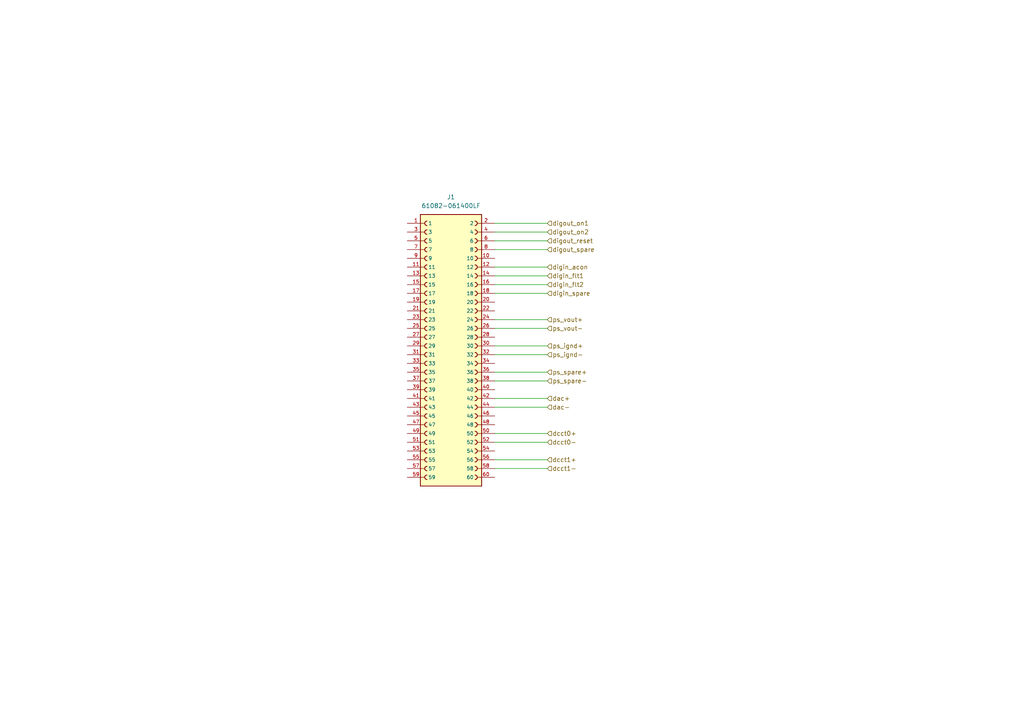
<source format=kicad_sch>
(kicad_sch (version 20250114) (generator "eeschema") (generator_version "9.0")
  (paper "A4")
  (lib_symbols
    (symbol "PSC:61082-061400LF" (pin_names (offset 1.016))
      (property "Reference" "J" (at -7.62 41.402 0))
      (property "Value" "61082-061400LF" (at -7.62 -40.64 0))
      (symbol "61082-061400LF_0_0"
        (rectangle (start -8.89 -38.1) (end 8.89 40.64) (stroke (width 0.254)) (fill (type background)))
        (arc (start -6.985 37.465) (mid -7.6172 38.1) (end -6.985 38.735) (stroke (width 0.254)))
        (arc (start -6.985 34.925) (mid -7.6172 35.56) (end -6.985 36.195) (stroke (width 0.254)))
        (arc (start -6.985 32.385) (mid -7.6172 33.02) (end -6.985 33.655) (stroke (width 0.254)))
        (arc (start -6.985 29.845) (mid -7.6172 30.48) (end -6.985 31.115) (stroke (width 0.254)))
        (arc (start -6.985 27.305) (mid -7.6172 27.94) (end -6.985 28.575) (stroke (width 0.254)))
        (arc (start -6.985 24.765) (mid -7.6172 25.4) (end -6.985 26.035) (stroke (width 0.254)))
        (arc (start -6.985 22.225) (mid -7.6172 22.86) (end -6.985 23.495) (stroke (width 0.254)))
        (arc (start -6.985 19.685) (mid -7.6172 20.32) (end -6.985 20.955) (stroke (width 0.254)))
        (arc (start -6.985 17.145) (mid -7.6172 17.78) (end -6.985 18.415) (stroke (width 0.254)))
        (arc (start -6.985 14.605) (mid -7.6172 15.24) (end -6.985 15.875) (stroke (width 0.254)))
        (arc (start -6.985 12.065) (mid -7.6172 12.7) (end -6.985 13.335) (stroke (width 0.254)))
        (arc (start -6.985 9.525) (mid -7.6172 10.16) (end -6.985 10.795) (stroke (width 0.254)))
        (arc (start -6.985 6.985) (mid -7.6172 7.62) (end -6.985 8.255) (stroke (width 0.254)))
        (arc (start -6.985 4.445) (mid -7.6172 5.08) (end -6.985 5.715) (stroke (width 0.254)))
        (arc (start -6.985 1.905) (mid -7.6172 2.54) (end -6.985 3.175) (stroke (width 0.254)))
        (arc (start -6.985 -0.635) (mid -7.6172 0) (end -6.985 0.635) (stroke (width 0.254)))
        (arc (start -6.985 -3.175) (mid -7.6172 -2.54) (end -6.985 -1.905) (stroke (width 0.254)))
        (arc (start -6.985 -5.715) (mid -7.6172 -5.08) (end -6.985 -4.445) (stroke (width 0.254)))
        (arc (start -6.985 -8.255) (mid -7.6172 -7.62) (end -6.985 -6.985) (stroke (width 0.254)))
        (arc (start -6.985 -10.795) (mid -7.6172 -10.16) (end -6.985 -9.525) (stroke (width 0.254)))
        (arc (start -6.985 -13.335) (mid -7.6172 -12.7) (end -6.985 -12.065) (stroke (width 0.254)))
        (arc (start -6.985 -15.875) (mid -7.6172 -15.24) (end -6.985 -14.605) (stroke (width 0.254)))
        (arc (start -6.985 -18.415) (mid -7.6172 -17.78) (end -6.985 -17.145) (stroke (width 0.254)))
        (arc (start -6.985 -20.955) (mid -7.6172 -20.32) (end -6.985 -19.685) (stroke (width 0.254)))
        (arc (start -6.985 -23.495) (mid -7.6172 -22.86) (end -6.985 -22.225) (stroke (width 0.254)))
        (arc (start -6.985 -26.035) (mid -7.6172 -25.4) (end -6.985 -24.765) (stroke (width 0.254)))
        (arc (start -6.985 -28.575) (mid -7.6172 -27.94) (end -6.985 -27.305) (stroke (width 0.254)))
        (arc (start -6.985 -31.115) (mid -7.6172 -30.48) (end -6.985 -29.845) (stroke (width 0.254)))
        (arc (start -6.985 -33.655) (mid -7.6172 -33.02) (end -6.985 -32.385) (stroke (width 0.254)))
        (arc (start -6.985 -36.195) (mid -7.6172 -35.56) (end -6.985 -34.925) (stroke (width 0.254)))
        (arc (start 6.985 38.735) (mid 7.6172 38.1) (end 6.985 37.465) (stroke (width 0.254)))
        (arc (start 6.985 36.195) (mid 7.6172 35.56) (end 6.985 34.925) (stroke (width 0.254)))
        (arc (start 6.985 33.655) (mid 7.6172 33.02) (end 6.985 32.385) (stroke (width 0.254)))
        (arc (start 6.985 31.115) (mid 7.6172 30.48) (end 6.985 29.845) (stroke (width 0.254)))
        (arc (start 6.985 28.575) (mid 7.6172 27.94) (end 6.985 27.305) (stroke (width 0.254)))
        (arc (start 6.985 26.035) (mid 7.6172 25.4) (end 6.985 24.765) (stroke (width 0.254)))
        (arc (start 6.985 23.495) (mid 7.6172 22.86) (end 6.985 22.225) (stroke (width 0.254)))
        (arc (start 6.985 20.955) (mid 7.6172 20.32) (end 6.985 19.685) (stroke (width 0.254)))
        (arc (start 6.985 18.415) (mid 7.6172 17.78) (end 6.985 17.145) (stroke (width 0.254)))
        (arc (start 6.985 15.875) (mid 7.6172 15.24) (end 6.985 14.605) (stroke (width 0.254)))
        (arc (start 6.985 13.335) (mid 7.6172 12.7) (end 6.985 12.065) (stroke (width 0.254)))
        (arc (start 6.985 10.795) (mid 7.6172 10.16) (end 6.985 9.525) (stroke (width 0.254)))
        (arc (start 6.985 8.255) (mid 7.6172 7.62) (end 6.985 6.985) (stroke (width 0.254)))
        (arc (start 6.985 5.715) (mid 7.6172 5.08) (end 6.985 4.445) (stroke (width 0.254)))
        (arc (start 6.985 3.175) (mid 7.6172 2.54) (end 6.985 1.905) (stroke (width 0.254)))
        (arc (start 6.985 0.635) (mid 7.6172 0) (end 6.985 -0.635) (stroke (width 0.254)))
        (arc (start 6.985 -1.905) (mid 7.6172 -2.54) (end 6.985 -3.175) (stroke (width 0.254)))
        (arc (start 6.985 -4.445) (mid 7.6172 -5.08) (end 6.985 -5.715) (stroke (width 0.254)))
        (arc (start 6.985 -6.985) (mid 7.6172 -7.62) (end 6.985 -8.255) (stroke (width 0.254)))
        (arc (start 6.985 -9.525) (mid 7.6172 -10.16) (end 6.985 -10.795) (stroke (width 0.254)))
        (arc (start 6.985 -12.065) (mid 7.6172 -12.7) (end 6.985 -13.335) (stroke (width 0.254)))
        (arc (start 6.985 -14.605) (mid 7.6172 -15.24) (end 6.985 -15.875) (stroke (width 0.254)))
        (arc (start 6.985 -17.145) (mid 7.6172 -17.78) (end 6.985 -18.415) (stroke (width 0.254)))
        (arc (start 6.985 -19.685) (mid 7.6172 -20.32) (end 6.985 -20.955) (stroke (width 0.254)))
        (arc (start 6.985 -22.225) (mid 7.6172 -22.86) (end 6.985 -23.495) (stroke (width 0.254)))
        (arc (start 6.985 -24.765) (mid 7.6172 -25.4) (end 6.985 -26.035) (stroke (width 0.254)))
        (arc (start 6.985 -27.305) (mid 7.6172 -27.94) (end 6.985 -28.575) (stroke (width 0.254)))
        (arc (start 6.985 -29.845) (mid 7.6172 -30.48) (end 6.985 -31.115) (stroke (width 0.254)))
        (arc (start 6.985 -32.385) (mid 7.6172 -33.02) (end 6.985 -33.655) (stroke (width 0.254)))
        (arc (start 6.985 -34.925) (mid 7.6172 -35.56) (end 6.985 -36.195) (stroke (width 0.254)))
        (pin passive line (at -12.7 38.1 0) (length 5.08) (name "1") (number "1"))
        (pin passive line (at -12.7 35.56 0) (length 5.08) (name "3") (number "3"))
        (pin passive line (at -12.7 33.02 0) (length 5.08) (name "5") (number "5"))
        (pin passive line (at -12.7 30.48 0) (length 5.08) (name "7") (number "7"))
        (pin passive line (at -12.7 27.94 0) (length 5.08) (name "9") (number "9"))
        (pin passive line (at -12.7 25.4 0) (length 5.08) (name "11") (number "11"))
        (pin passive line (at -12.7 22.86 0) (length 5.08) (name "13") (number "13"))
        (pin passive line (at -12.7 20.32 0) (length 5.08) (name "15") (number "15"))
        (pin passive line (at -12.7 17.78 0) (length 5.08) (name "17") (number "17"))
        (pin passive line (at -12.7 15.24 0) (length 5.08) (name "19") (number "19"))
        (pin passive line (at -12.7 12.7 0) (length 5.08) (name "21") (number "21"))
        (pin passive line (at -12.7 10.16 0) (length 5.08) (name "23") (number "23"))
        (pin passive line (at -12.7 7.62 0) (length 5.08) (name "25") (number "25"))
        (pin passive line (at -12.7 5.08 0) (length 5.08) (name "27") (number "27"))
        (pin passive line (at -12.7 2.54 0) (length 5.08) (name "29") (number "29"))
        (pin passive line (at -12.7 0 0) (length 5.08) (name "31") (number "31"))
        (pin passive line (at -12.7 -2.54 0) (length 5.08) (name "33") (number "33"))
        (pin passive line (at -12.7 -5.08 0) (length 5.08) (name "35") (number "35"))
        (pin passive line (at -12.7 -7.62 0) (length 5.08) (name "37") (number "37"))
        (pin passive line (at -12.7 -10.16 0) (length 5.08) (name "39") (number "39"))
        (pin passive line (at -12.7 -12.7 0) (length 5.08) (name "41") (number "41"))
        (pin passive line (at -12.7 -15.24 0) (length 5.08) (name "43") (number "43"))
        (pin passive line (at -12.7 -17.78 0) (length 5.08) (name "45") (number "45"))
        (pin passive line (at -12.7 -20.32 0) (length 5.08) (name "47") (number "47"))
        (pin passive line (at -12.7 -22.86 0) (length 5.08) (name "49") (number "49"))
        (pin passive line (at -12.7 -25.4 0) (length 5.08) (name "51") (number "51"))
        (pin passive line (at -12.7 -27.94 0) (length 5.08) (name "53") (number "53"))
        (pin passive line (at -12.7 -30.48 0) (length 5.08) (name "55") (number "55"))
        (pin passive line (at -12.7 -33.02 0) (length 5.08) (name "57") (number "57"))
        (pin passive line (at -12.7 -35.56 0) (length 5.08) (name "59") (number "59"))
        (pin passive line (at 12.7 38.1 180) (length 5.08) (name "2") (number "2"))
        (pin passive line (at 12.7 35.56 180) (length 5.08) (name "4") (number "4"))
        (pin passive line (at 12.7 33.02 180) (length 5.08) (name "6") (number "6"))
        (pin passive line (at 12.7 30.48 180) (length 5.08) (name "8") (number "8"))
        (pin passive line (at 12.7 27.94 180) (length 5.08) (name "10") (number "10"))
        (pin passive line (at 12.7 25.4 180) (length 5.08) (name "12") (number "12"))
        (pin passive line (at 12.7 22.86 180) (length 5.08) (name "14") (number "14"))
        (pin passive line (at 12.7 20.32 180) (length 5.08) (name "16") (number "16"))
        (pin passive line (at 12.7 17.78 180) (length 5.08) (name "18") (number "18"))
        (pin passive line (at 12.7 15.24 180) (length 5.08) (name "20") (number "20"))
        (pin passive line (at 12.7 12.7 180) (length 5.08) (name "22") (number "22"))
        (pin passive line (at 12.7 10.16 180) (length 5.08) (name "24") (number "24"))
        (pin passive line (at 12.7 7.62 180) (length 5.08) (name "26") (number "26"))
        (pin passive line (at 12.7 5.08 180) (length 5.08) (name "28") (number "28"))
        (pin passive line (at 12.7 2.54 180) (length 5.08) (name "30") (number "30"))
        (pin passive line (at 12.7 0 180) (length 5.08) (name "32") (number "32"))
        (pin passive line (at 12.7 -2.54 180) (length 5.08) (name "34") (number "34"))
        (pin passive line (at 12.7 -5.08 180) (length 5.08) (name "36") (number "36"))
        (pin passive line (at 12.7 -7.62 180) (length 5.08) (name "38") (number "38"))
        (pin passive line (at 12.7 -10.16 180) (length 5.08) (name "40") (number "40"))
        (pin passive line (at 12.7 -12.7 180) (length 5.08) (name "42") (number "42"))
        (pin passive line (at 12.7 -15.24 180) (length 5.08) (name "44") (number "44"))
        (pin passive line (at 12.7 -17.78 180) (length 5.08) (name "46") (number "46"))
        (pin passive line (at 12.7 -20.32 180) (length 5.08) (name "48") (number "48"))
        (pin passive line (at 12.7 -22.86 180) (length 5.08) (name "50") (number "50"))
        (pin passive line (at 12.7 -25.4 180) (length 5.08) (name "52") (number "52"))
        (pin passive line (at 12.7 -27.94 180) (length 5.08) (name "54") (number "54"))
        (pin passive line (at 12.7 -30.48 180) (length 5.08) (name "56") (number "56"))
        (pin passive line (at 12.7 -33.02 180) (length 5.08) (name "58") (number "58"))
        (pin passive line (at 12.7 -35.56 180) (length 5.08) (name "60") (number "60"))
      )
    )
  )
  (wire (pts (xy 158.75 80.01) (xy 143.51 80.01)))
  (wire (pts (xy 158.75 128.27) (xy 143.51 128.27)))
  (wire (pts (xy 158.75 133.35) (xy 143.51 133.35)))
  (wire (pts (xy 158.75 107.95) (xy 143.51 107.95)))
  (wire (pts (xy 158.75 77.47) (xy 143.51 77.47)))
  (wire (pts (xy 158.75 64.77) (xy 143.51 64.77)))
  (wire (pts (xy 158.75 69.85) (xy 143.51 69.85)))
  (wire (pts (xy 158.75 72.39) (xy 143.51 72.39)))
  (wire (pts (xy 158.75 115.57) (xy 143.51 115.57)))
  (wire (pts (xy 158.75 85.09) (xy 143.51 85.09)))
  (wire (pts (xy 158.75 82.55) (xy 143.51 82.55)))
  (wire (pts (xy 158.75 118.11) (xy 143.51 118.11)))
  (wire (pts (xy 158.75 95.25) (xy 143.51 95.25)))
  (wire (pts (xy 158.75 67.31) (xy 143.51 67.31)))
  (wire (pts (xy 158.75 110.49) (xy 143.51 110.49)))
  (wire (pts (xy 158.75 92.71) (xy 143.51 92.71)))
  (wire (pts (xy 158.75 135.89) (xy 143.51 135.89)))
  (wire (pts (xy 158.75 125.73) (xy 143.51 125.73)))
  (wire (pts (xy 158.75 102.87) (xy 143.51 102.87)))
  (wire (pts (xy 158.75 100.33) (xy 143.51 100.33)))
  (hierarchical_label "dcct1+" (shape input) (at 158.75 133.35 0))
  (hierarchical_label "dcct0+" (shape input) (at 158.75 125.73 0))
  (hierarchical_label "digin_spare" (shape input) (at 158.75 85.09 0))
  (hierarchical_label "digout_reset" (shape input) (at 158.75 69.85 0))
  (hierarchical_label "ps_spare-" (shape input) (at 158.75 110.49 0))
  (hierarchical_label "dcct0-" (shape input) (at 158.75 128.27 0))
  (hierarchical_label "dac-" (shape input) (at 158.75 118.11 0))
  (hierarchical_label "ps_ignd-" (shape input) (at 158.75 102.87 0))
  (hierarchical_label "digin_flt2" (shape input) (at 158.75 82.55 0))
  (hierarchical_label "ps_ignd+" (shape input) (at 158.75 100.33 0))
  (hierarchical_label "ps_spare+" (shape input) (at 158.75 107.95 0))
  (hierarchical_label "digout_on2" (shape input) (at 158.75 67.31 0))
  (hierarchical_label "ps_vout+" (shape input) (at 158.75 92.71 0))
  (hierarchical_label "dac+" (shape input) (at 158.75 115.57 0))
  (hierarchical_label "digout_on1" (shape input) (at 158.75 64.77 0))
  (hierarchical_label "digout_spare" (shape input) (at 158.75 72.39 0))
  (hierarchical_label "digin_acon" (shape input) (at 158.75 77.47 0))
  (hierarchical_label "ps_vout-" (shape input) (at 158.75 95.25 0))
  (hierarchical_label "dcct1-" (shape input) (at 158.75 135.89 0))
  (hierarchical_label "digin_flt1" (shape input) (at 158.75 80.01 0))
  (symbol (lib_id "PSC:61082-061400LF") (at 130.81 102.87 0) (unit 1)
    (property "Reference" "J1" (at 130.81 57.15 0))
    (property "Value" "61082-061400LF" (at 130.81 59.69 0))
    (property "Footprint" "myparts:AMPHENOL_61082-061400LF" (effects (hide yes)))
    (property "PARTREV" "AS" (effects (hide yes)))
    (property "STANDARD" "Manufacturer Recommendations" (effects (hide yes)))
    (property "MAXIMUM_PACKAGE_HEIGHT" "4.00mm" (effects (hide yes)))
    (property "MANUFACTURER" "Amphenol" (effects (hide yes)))
  )
)
</source>
